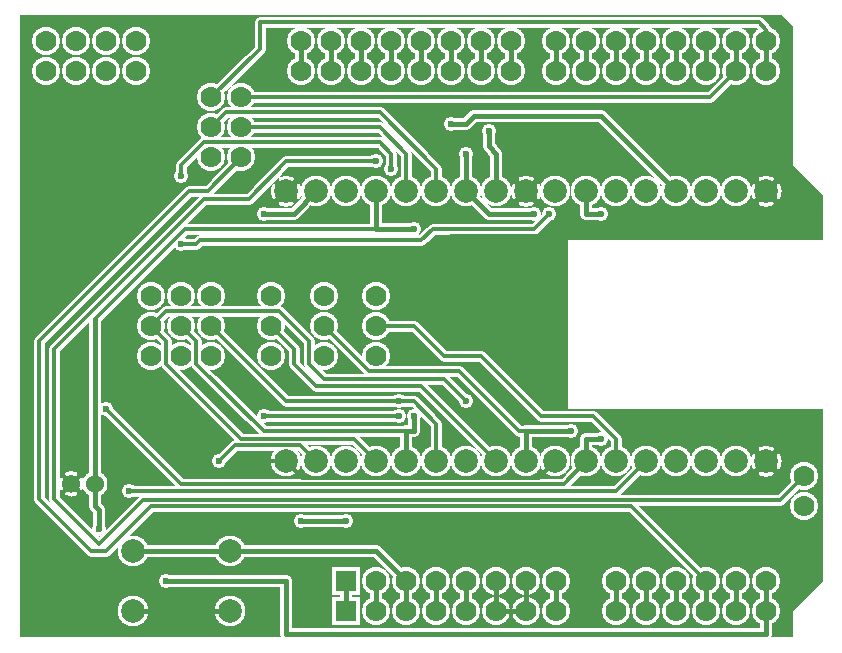
<source format=gbr>
G04 GERBER ASCII OUTPUT FROM: EDWINXP (VER. 1.61 REV. 20080915)*
G04 GERBER FORMAT: RX-274-X*
G04 BOARD: AMICUS_BLUETOOTH_SHIELD*
G04 ARTWORK OF SOLD.LAYERPOSITIVE SUPERIMPOSED ON NEGATIVE*
%ASAXBY*%
%FSLAX23Y23*%
%MIA0B0*%
%MOIN*%
%OFA0.0000B0.0000*%
%SFA1B1*%
%IJA0B0*%
%INLAYER29NEGPOS*%
%IOA0B0*%
%IPPOS*%
%IR0*%
G04 APERTURE MACROS*
%AMEDWDONUT*
1,1,$1,$2,$3*
1,0,$4,$2,$3*
%
%AMEDWFRECT*
20,1,$1,$2,$3,$4,$5,$6*
%
%AMEDWORECT*
20,1,$1,$2,$3,$4,$5,$10*
20,1,$1,$4,$5,$6,$7,$10*
20,1,$1,$6,$7,$8,$9,$10*
20,1,$1,$8,$9,$2,$3,$10*
1,1,$1,$2,$3*
1,1,$1,$4,$5*
1,1,$1,$6,$7*
1,1,$1,$8,$9*
%
%AMEDWLINER*
20,1,$1,$2,$3,$4,$5,$6*
1,1,$1,$2,$3*
1,1,$1,$4,$5*
%
%AMEDWFTRNG*
4,1,3,$1,$2,$3,$4,$5,$6,$7,$8,$9*
%
%AMEDWATRNG*
4,1,3,$1,$2,$3,$4,$5,$6,$7,$8,$9*
20,1,$11,$1,$2,$3,$4,$10*
20,1,$11,$3,$4,$5,$6,$10*
20,1,$11,$5,$6,$7,$8,$10*
1,1,$11,$3,$4*
1,1,$11,$5,$6*
1,1,$11,$7,$8*
%
%AMEDWOTRNG*
20,1,$1,$2,$3,$4,$5,$8*
20,1,$1,$4,$5,$6,$7,$8*
20,1,$1,$6,$7,$2,$3,$8*
1,1,$1,$2,$3*
1,1,$1,$4,$5*
1,1,$1,$6,$7*
%
G04*
G04 APERTURE LIST*
%ADD10R,0.0500X0.0580*%
%ADD11R,0.0740X0.0820*%
%ADD12R,0.0400X0.0480*%
%ADD13R,0.0640X0.0720*%
%ADD14R,0.04724X0.05906*%
%ADD15R,0.07124X0.08306*%
%ADD16R,0.03937X0.05118*%
%ADD17R,0.06337X0.07518*%
%ADD18R,0.0860X0.0860*%
%ADD19R,0.1100X0.1100*%
%ADD20R,0.0700X0.0700*%
%ADD21R,0.0940X0.0940*%
%ADD22R,0.0700X0.0650*%
%ADD23R,0.0940X0.0890*%
%ADD24R,0.0600X0.0550*%
%ADD25R,0.0840X0.0790*%
%ADD26R,0.0650X0.0700*%
%ADD27R,0.0890X0.0940*%
%ADD28R,0.0550X0.0600*%
%ADD29R,0.0790X0.0840*%
%ADD30C,0.00039*%
%ADD32C,0.0010*%
%ADD34C,0.00118*%
%ADD36C,0.0020*%
%ADD37R,0.0020X0.0020*%
%ADD38C,0.0030*%
%ADD39R,0.0030X0.0030*%
%ADD40C,0.0040*%
%ADD41R,0.0040X0.0040*%
%ADD42C,0.00472*%
%ADD44C,0.0050*%
%ADD45R,0.0050X0.0050*%
%ADD46C,0.00512*%
%ADD47R,0.00512X0.00512*%
%ADD48C,0.00551*%
%ADD49R,0.00551X0.00551*%
%ADD50C,0.00591*%
%ADD51R,0.00591X0.00591*%
%ADD52C,0.00659*%
%ADD53R,0.00659X0.00659*%
%ADD54C,0.00787*%
%ADD55R,0.00787X0.00787*%
%ADD56C,0.00799*%
%ADD58C,0.0080*%
%ADD60C,0.00984*%
%ADD61R,0.00984X0.00984*%
%ADD62C,0.0100*%
%ADD63R,0.0100X0.0100*%
%ADD64C,0.01181*%
%ADD66C,0.0120*%
%ADD68C,0.0130*%
%ADD70C,0.0150*%
%ADD71R,0.0150X0.0150*%
%ADD72C,0.0160*%
%ADD74C,0.01969*%
%ADD75R,0.01969X0.01969*%
%ADD76C,0.0215*%
%ADD77R,0.0215X0.0215*%
%ADD78C,0.0215*%
%ADD79R,0.0215X0.0215*%
%ADD80C,0.02362*%
%ADD81R,0.02362X0.02362*%
%ADD82C,0.0240*%
%ADD83R,0.0240X0.0240*%
%ADD84C,0.0240*%
%ADD85R,0.0240X0.0240*%
%ADD86C,0.0250*%
%ADD87R,0.0250X0.0250*%
%ADD88C,0.0290*%
%ADD89R,0.0290X0.0290*%
%ADD90C,0.02912*%
%ADD91R,0.02912X0.02912*%
%ADD92C,0.02951*%
%ADD93R,0.02951X0.02951*%
%ADD94C,0.02991*%
%ADD95R,0.02991X0.02991*%
%ADD96C,0.0300*%
%ADD97R,0.0300X0.0300*%
%ADD98C,0.03059*%
%ADD99R,0.03059X0.03059*%
%ADD100C,0.03199*%
%ADD101R,0.03199X0.03199*%
%ADD102C,0.0320*%
%ADD103R,0.0320X0.0320*%
%ADD104C,0.0350*%
%ADD105R,0.0350X0.0350*%
%ADD106C,0.03581*%
%ADD108C,0.0360*%
%ADD110C,0.0370*%
%ADD112C,0.0390*%
%ADD113R,0.0390X0.0390*%
%ADD114C,0.03937*%
%ADD115R,0.03937X0.03937*%
%ADD116C,0.0400*%
%ADD117R,0.0400X0.0400*%
%ADD118C,0.04173*%
%ADD119R,0.04173X0.04173*%
%ADD120C,0.04299*%
%ADD121R,0.04299X0.04299*%
%ADD122C,0.0430*%
%ADD123R,0.0430X0.0430*%
%ADD124C,0.0450*%
%ADD125R,0.0450X0.0450*%
%ADD126C,0.0470*%
%ADD127R,0.0470X0.0470*%
%ADD128C,0.04724*%
%ADD129R,0.04724X0.04724*%
%ADD130C,0.04762*%
%ADD131R,0.04762X0.04762*%
%ADD132C,0.0490*%
%ADD133R,0.0490X0.0490*%
%ADD134C,0.0500*%
%ADD135R,0.0500X0.0500*%
%ADD136C,0.05118*%
%ADD137R,0.05118X0.05118*%
%ADD138C,0.0560*%
%ADD139R,0.0560X0.0560*%
%ADD140C,0.0570*%
%ADD141R,0.0570X0.0570*%
%ADD142C,0.0590*%
%ADD143R,0.0590X0.0590*%
%ADD144C,0.05906*%
%ADD145R,0.05906X0.05906*%
%ADD146C,0.0600*%
%ADD147R,0.0600X0.0600*%
%ADD148C,0.0620*%
%ADD149R,0.0620X0.0620*%
%ADD150C,0.06201*%
%ADD151R,0.06201X0.06201*%
%ADD152C,0.06337*%
%ADD153R,0.06337X0.06337*%
%ADD154C,0.0650*%
%ADD155R,0.0650X0.0650*%
%ADD156C,0.06693*%
%ADD157R,0.06693X0.06693*%
%ADD158C,0.06699*%
%ADD159R,0.06699X0.06699*%
%ADD160C,0.0670*%
%ADD161R,0.0670X0.0670*%
%ADD162C,0.0690*%
%ADD163R,0.0690X0.0690*%
%ADD164C,0.06906*%
%ADD165R,0.06906X0.06906*%
%ADD166C,0.0700*%
%ADD167R,0.0700X0.0700*%
%ADD168C,0.0710*%
%ADD169R,0.0710X0.0710*%
%ADD170C,0.07124*%
%ADD171R,0.07124X0.07124*%
%ADD172C,0.0740*%
%ADD173R,0.0740X0.0740*%
%ADD174C,0.0750*%
%ADD175R,0.0750X0.0750*%
%ADD176C,0.07598*%
%ADD178C,0.0760*%
%ADD180C,0.07874*%
%ADD182C,0.0800*%
%ADD183R,0.0800X0.0800*%
%ADD184C,0.0810*%
%ADD185R,0.0810X0.0810*%
%ADD186C,0.08306*%
%ADD187R,0.08306X0.08306*%
%ADD188C,0.0840*%
%ADD189R,0.0840X0.0840*%
%ADD190C,0.08598*%
%ADD192C,0.0860*%
%ADD193R,0.0860X0.0860*%
%ADD194C,0.08601*%
%ADD195R,0.08601X0.08601*%
%ADD196C,0.0870*%
%ADD197R,0.0870X0.0870*%
%ADD198C,0.0890*%
%ADD199R,0.0890X0.0890*%
%ADD200C,0.0900*%
%ADD201R,0.0900X0.0900*%
%ADD202C,0.09093*%
%ADD203R,0.09093X0.09093*%
%ADD204C,0.0940*%
%ADD205R,0.0940X0.0940*%
%ADD206C,0.0970*%
%ADD207R,0.0970X0.0970*%
%ADD208C,0.09843*%
%ADD209R,0.09843X0.09843*%
%ADD210C,0.0990*%
%ADD211R,0.0990X0.0990*%
%ADD212C,0.09998*%
%ADD214C,0.1000*%
%ADD215R,0.1000X0.1000*%
%ADD216C,0.10274*%
%ADD218C,0.1040*%
%ADD219R,0.1040X0.1040*%
%ADD220C,0.10998*%
%ADD222C,0.1100*%
%ADD223R,0.1100X0.1100*%
%ADD224C,0.1110*%
%ADD225R,0.1110X0.1110*%
%ADD226C,0.1120*%
%ADD227R,0.1120X0.1120*%
%ADD228C,0.1140*%
%ADD229R,0.1140X0.1140*%
%ADD230C,0.1150*%
%ADD231R,0.1150X0.1150*%
%ADD232C,0.1200*%
%ADD233R,0.1200X0.1200*%
%ADD234C,0.1210*%
%ADD235R,0.1210X0.1210*%
%ADD236C,0.1240*%
%ADD237R,0.1240X0.1240*%
%ADD238C,0.1250*%
%ADD239R,0.1250X0.1250*%
%ADD240C,0.12992*%
%ADD241R,0.12992X0.12992*%
%ADD242C,0.1300*%
%ADD243R,0.1300X0.1300*%
%ADD244C,0.1340*%
%ADD245R,0.1340X0.1340*%
%ADD246C,0.1390*%
%ADD247R,0.1390X0.1390*%
%ADD248C,0.1420*%
%ADD249R,0.1420X0.1420*%
%ADD250C,0.1440*%
%ADD251R,0.1440X0.1440*%
%ADD252C,0.1490*%
%ADD253R,0.1490X0.1490*%
%ADD254C,0.1520*%
%ADD255R,0.1520X0.1520*%
%ADD256C,0.15374*%
%ADD257R,0.15374X0.15374*%
%ADD258C,0.1540*%
%ADD259R,0.1540X0.1540*%
%ADD260C,0.1660*%
%ADD261R,0.1660X0.1660*%
%ADD262C,0.17323*%
%ADD264C,0.1760*%
%ADD265R,0.1760X0.1760*%
%ADD266C,0.17774*%
%ADD267R,0.17774X0.17774*%
%ADD268C,0.18504*%
%ADD270C,0.18898*%
%ADD272C,0.20904*%
%ADD274C,0.2126*%
%ADD276C,0.21298*%
%ADD278C,0.22835*%
%ADD281R,0.23622X0.23622*%
%ADD283R,0.24937X0.24937*%
%ADD285R,0.26022X0.26022*%
%ADD287R,0.27337X0.27337*%
%ADD289R,0.31496X0.31496*%
%ADD291R,0.32811X0.32811*%
%ADD293R,0.33896X0.33896*%
%ADD295R,0.35211X0.35211*%
%ADD296C,0.45211*%
%ADD297R,0.45211X0.45211*%
%ADD298C,0.55211*%
%ADD299R,0.55211X0.55211*%
%ADD300C,0.65211*%
%ADD301R,0.65211X0.65211*%
%ADD302C,0.75211*%
%ADD303R,0.75211X0.75211*%
%ADD304C,0.85211*%
%ADD305R,0.85211X0.85211*%
%ADD306C,0.95211*%
%ADD307R,0.95211X0.95211*%
%ADD308C,1.05211*%
%ADD309R,1.05211X1.05211*%
%ADD310C,1.15211*%
%ADD311R,1.15211X1.15211*%
%ADD312C,1.25211*%
%ADD313R,1.25211X1.25211*%
%ADD314C,1.35211*%
%ADD315R,1.35211X1.35211*%
%ADD316C,1.45211*%
%ADD317R,1.45211X1.45211*%
%ADD318C,1.55211*%
%ADD319R,1.55211X1.55211*%
%ADD320C,1.65211*%
%ADD321R,1.65211X1.65211*%
%ADD322C,1.75211*%
%ADD323R,1.75211X1.75211*%
%ADD324C,1.85211*%
%ADD325R,1.85211X1.85211*%
%ADD326C,1.95211*%
%ADD327R,1.95211X1.95211*%
G04*
%LNLLAYER29CPOURD*%
%LPD*%
G36*
X1588Y100D02*
X1575Y13D01*
X13Y13D01*
X13Y2088D01*
X2550Y2088D01*
X2588Y2050D01*
X2588Y1588D01*
X2688Y1488D01*
X2688Y1338D01*
X1838Y1338D01*
X1838Y775D01*
X2688Y775D01*
X2688Y200D01*
X2588Y100D01*
X2588Y13D01*
X1625Y13D01*
X1588Y100D01*
G37*
G36*
X1600Y100D02*
X1525Y13D01*
X1675Y13D01*
X1600Y100D01*
G37*
%LNLLAYER29CRELIEVEC*%
%LPC*%
D188*
X263Y525D02*D03*
D216*
X2400Y600D02*D03*
X2300Y600D02*D03*
X2200Y600D02*D03*
X2100Y600D02*D03*
X1999Y600D02*D03*
X1901Y600D02*D03*
X1700Y600D02*D03*
X1600Y600D02*D03*
X1500Y600D02*D03*
X1400Y600D02*D03*
X1300Y600D02*D03*
X1200Y600D02*D03*
X1100Y600D02*D03*
X1000Y600D02*D03*
X2400Y1500D02*D03*
X2300Y1500D02*D03*
X2200Y1500D02*D03*
X2100Y1500D02*D03*
X1999Y1500D02*D03*
X1901Y1500D02*D03*
X1797Y1500D02*D03*
X1600Y1500D02*D03*
X1500Y1500D02*D03*
X1400Y1500D02*D03*
X1300Y1500D02*D03*
X1200Y1500D02*D03*
X1100Y1500D02*D03*
X1000Y1500D02*D03*
D204*
X1800Y2000D02*D03*
X1900Y2000D02*D03*
X2000Y2000D02*D03*
X2100Y2000D02*D03*
X2200Y2000D02*D03*
X2300Y2000D02*D03*
X2400Y2000D02*D03*
X2500Y2000D02*D03*
X1300Y100D02*D03*
X1400Y100D02*D03*
X1500Y100D02*D03*
X1800Y100D02*D03*
X950Y2000D02*D03*
X1050Y2000D02*D03*
X1150Y2000D02*D03*
X1250Y2000D02*D03*
X1350Y2000D02*D03*
X1450Y2000D02*D03*
X1550Y2000D02*D03*
X1650Y2000D02*D03*
X2000Y100D02*D03*
X2100Y100D02*D03*
X2200Y100D02*D03*
X2300Y100D02*D03*
X2400Y100D02*D03*
X2500Y100D02*D03*
D21* 
X1100Y200D02*D03*
D204*
X1200Y200D02*D03*
X1300Y200D02*D03*
X1400Y200D02*D03*
X1500Y200D02*D03*
X1800Y200D02*D03*
X100Y1900D02*D03*
X200Y1900D02*D03*
X300Y1900D02*D03*
X400Y1900D02*D03*
X2000Y200D02*D03*
X2100Y200D02*D03*
X2200Y200D02*D03*
X2300Y200D02*D03*
X2400Y200D02*D03*
X2500Y200D02*D03*
X950Y1900D02*D03*
X1050Y1900D02*D03*
X1150Y1900D02*D03*
X1250Y1900D02*D03*
X1350Y1900D02*D03*
X1450Y1900D02*D03*
X1550Y1900D02*D03*
X1650Y1900D02*D03*
X1800Y1900D02*D03*
X1900Y1900D02*D03*
X2000Y1900D02*D03*
X2100Y1900D02*D03*
X2200Y1900D02*D03*
X2300Y1900D02*D03*
X2400Y1900D02*D03*
X2500Y1900D02*D03*
D216*
X712Y300D02*D03*
X388Y300D02*D03*
D204*
X1200Y1150D02*D03*
X1200Y1050D02*D03*
X1200Y950D02*D03*
X1025Y1150D02*D03*
X1025Y1050D02*D03*
X1025Y950D02*D03*
X850Y1150D02*D03*
X850Y1050D02*D03*
X850Y950D02*D03*
X650Y1150D02*D03*
X650Y1050D02*D03*
X650Y950D02*D03*
X550Y1150D02*D03*
X550Y1050D02*D03*
X550Y950D02*D03*
X450Y1150D02*D03*
X450Y1050D02*D03*
X450Y950D02*D03*
X100Y2000D02*D03*
X200Y2000D02*D03*
X300Y2000D02*D03*
X400Y2000D02*D03*
X2625Y450D02*D03*
X2625Y550D02*D03*
X750Y1613D02*D03*
X750Y1713D02*D03*
X750Y1813D02*D03*
X650Y1613D02*D03*
X650Y1713D02*D03*
X650Y1813D02*D03*
D21* 
X1100Y100D02*D03*
D204*
X1200Y100D02*D03*
D214*
X100Y100D02*D03*
X600Y2000D02*D03*
X2600Y300D02*D03*
D216*
X1797Y600D02*D03*
D66* 
G75*
G01X2481Y559D02*
G03X2519Y559I19J41D01*
G01*
G75*
G01X2541Y581D02*
G03X2541Y619I-41J19D01*
G01*
G75*
G01X2519Y641D02*
G03X2481Y641I-19J-41D01*
G01*
G75*
G01X2459Y619D02*
G03X2459Y581I41J-19D01*
G01*
G75*
G01X881Y1459D02*
G03X919Y1459I19J41D01*
G01*
G75*
G01X941Y1481D02*
G03X941Y1519I-41J19D01*
G01*
G75*
G01X919Y1541D02*
G03X881Y1541I-19J-41D01*
G01*
G75*
G01X859Y1519D02*
G03X859Y1481I41J-19D01*
G01*
D216*
X900Y600D02*D03*
D66* 
G75*
G01X1681Y1459D02*
G03X1719Y1459I19J41D01*
G01*
G75*
G01X1741Y1481D02*
G03X1741Y1519I-41J19D01*
G01*
G75*
G01X1719Y1541D02*
G03X1681Y1541I-19J-41D01*
G01*
G75*
G01X1659Y1519D02*
G03X1659Y1481I41J-19D01*
G01*
G75*
G01X2481Y1459D02*
G03X2519Y1459I19J41D01*
G01*
G75*
G01X2541Y1481D02*
G03X2541Y1519I-41J19D01*
G01*
G75*
G01X2519Y1541D02*
G03X2481Y1541I-19J-41D01*
G01*
G75*
G01X2459Y1519D02*
G03X2459Y1481I41J-19D01*
G01*
G75*
G01X151Y539D02*
G03X151Y511I33J-14D01*
G01*
G75*
G01X169Y492D02*
G03X198Y492I14J33D01*
G01*
G75*
G01X217Y511D02*
G03X217Y539I-33J14D01*
G01*
G75*
G01X198Y558D02*
G03X169Y558I-14J-33D01*
G01*
D216*
X712Y100D02*D03*
X388Y100D02*D03*
D204*
X1600Y200D02*D03*
X1700Y200D02*D03*
X1600Y100D02*D03*
X1700Y100D02*D03*
D130*
X1250Y1575D02*D03*
X550Y1550D02*D03*
X550Y1325D02*D03*
X1775Y1425D02*D03*
X1950Y1425D02*D03*
X1200Y1600D02*D03*
X1450Y1725D02*D03*
X500Y200D02*D03*
X825Y1425D02*D03*
X275Y375D02*D03*
X1325Y1375D02*D03*
X375Y500D02*D03*
X1950Y675D02*D03*
X300Y775D02*D03*
X1850Y700D02*D03*
X1275Y800D02*D03*
X1325Y750D02*D03*
X1500Y800D02*D03*
X1100Y400D02*D03*
X950Y400D02*D03*
X825Y750D02*D03*
X1275Y750D02*D03*
X675Y600D02*D03*
X1500Y1625D02*D03*
X1725Y1425D02*D03*
X1575Y1700D02*D03*
D64* 
X2375Y1375D02*
X1850Y1375D01*
X1825Y1350D01*
X1797Y600D02*
X1743Y546D01*
X954Y546D01*
X900Y600D01*
X750Y600D01*
D72* 
X1600Y100D02*
X1700Y100D01*
X712Y100D02*
X388Y100D01*
X1400Y1300D02*
X950Y1300D01*
D64* 
X1400Y1300D02*
X1450Y1350D01*
X1825Y1350D01*
D116*
X1800Y2000D02*
X1800Y1900D01*
X263Y525D02*
X263Y450D01*
X275Y438D01*
X275Y375D01*
X1325Y1375D02*
X1200Y1375D01*
X263Y525D02*
X263Y1075D01*
D106*
X263Y1075D02*
X563Y1375D01*
X1200Y1375D01*
D116*
X1200Y1375D02*
X1200Y1500D01*
D72* 
X1700Y200D02*
X1700Y100D01*
X1600Y100D02*
X1600Y200D01*
D116*
X1000Y1500D02*
X925Y1425D01*
X825Y1425D01*
X1300Y200D02*
X1300Y100D01*
X712Y300D02*
X388Y300D01*
X712Y300D02*
X1200Y300D01*
X1300Y200D01*
X2400Y1900D02*
X2400Y2000D01*
D106*
X2400Y1900D02*
X2313Y1813D01*
X750Y1813D01*
D116*
X2300Y2000D02*
X2300Y1900D01*
X2200Y2000D02*
X2200Y1900D01*
X1800Y200D02*
X1800Y100D01*
X2100Y2000D02*
X2100Y1900D01*
X2000Y2000D02*
X2000Y1900D01*
X1500Y100D02*
X1500Y200D01*
X1900Y2000D02*
X1900Y1900D01*
X1400Y100D02*
X1400Y200D01*
X1350Y2000D02*
X1350Y1900D01*
X1250Y2000D02*
X1250Y1900D01*
X1150Y2000D02*
X1150Y1900D01*
X1050Y2000D02*
X1050Y1900D01*
X950Y2000D02*
X950Y1900D01*
X2500Y100D02*
X2500Y200D01*
X2500Y100D02*
X2500Y25D01*
X900Y25D01*
X900Y200D01*
X500Y200D01*
X2400Y200D02*
X2400Y100D01*
X2300Y200D02*
X2300Y100D01*
D106*
X2300Y200D02*
X2050Y450D01*
X450Y450D01*
X300Y300D01*
X250Y300D01*
X75Y475D01*
X75Y1000D01*
X575Y1500D01*
X638Y1500D01*
X750Y1613D01*
D116*
X2200Y200D02*
X2200Y100D01*
X2100Y200D02*
X2100Y100D01*
X2000Y200D02*
X2000Y100D01*
X2500Y1900D02*
X2500Y2000D01*
D106*
X2500Y1900D02*
X2500Y1900D01*
X2500Y2038D01*
X2475Y2063D01*
X813Y2063D01*
X813Y1975D01*
X650Y1813D01*
X1200Y1600D02*
X900Y1600D01*
X775Y1475D01*
X625Y1475D01*
X125Y975D01*
X125Y475D01*
X275Y325D01*
X422Y472D01*
X2547Y472D01*
X2625Y550D01*
D116*
X2200Y1500D02*
X1950Y1750D01*
X1525Y1750D01*
X1500Y1725D01*
X1450Y1725D01*
X1200Y200D02*
X1200Y100D01*
X1100Y200D02*
X1100Y100D01*
X1650Y2000D02*
X1650Y1900D01*
X1550Y2000D02*
X1550Y1900D01*
X1450Y2000D02*
X1450Y1900D01*
X1500Y1500D02*
X1575Y1425D01*
X1725Y1425D01*
X1600Y1500D02*
X1600Y1625D01*
X1575Y1650D01*
X1575Y1700D01*
D106*
X1250Y1575D02*
X1250Y1625D01*
X1213Y1663D01*
X625Y1663D01*
X550Y1588D01*
X550Y1550D01*
X550Y1325D02*
X600Y1325D01*
X613Y1338D01*
X1350Y1338D01*
X1388Y1375D01*
X1725Y1375D01*
X1775Y1425D01*
D116*
X1950Y1425D02*
X1901Y1425D01*
X1901Y1500D01*
X1100Y400D02*
X950Y400D01*
D106*
X825Y750D02*
X1275Y750D01*
X1000Y600D02*
X946Y654D01*
X729Y654D01*
X675Y600D01*
X1300Y1500D02*
X1300Y1625D01*
X1213Y1713D01*
X750Y1713D01*
X1400Y1500D02*
X1400Y1575D01*
X1213Y1763D01*
X700Y1763D01*
X650Y1713D01*
D116*
X1500Y1500D02*
X1500Y1625D01*
X1850Y700D02*
X1700Y700D01*
X1700Y600D01*
D106*
X1700Y700D02*
X1675Y700D01*
X1475Y900D01*
X1175Y900D01*
X1025Y1050D01*
X1600Y600D02*
X1350Y850D01*
X1000Y850D01*
X925Y925D01*
X925Y975D01*
X850Y1050D01*
X1275Y800D02*
X1325Y800D01*
X1400Y725D01*
X1400Y600D01*
X1275Y800D02*
X900Y800D01*
X650Y1050D01*
D116*
X1325Y750D02*
X1325Y700D01*
X1300Y700D01*
X1300Y600D01*
D106*
X1300Y700D02*
X825Y700D01*
X600Y925D01*
X600Y1000D01*
X550Y1050D01*
X450Y1050D02*
X500Y1100D01*
X875Y1100D01*
X975Y1000D01*
X975Y925D01*
X1025Y875D01*
X1425Y875D01*
X1500Y800D01*
X450Y1050D02*
X500Y1000D01*
X500Y925D01*
X750Y675D01*
X1125Y675D01*
X1200Y600D01*
X2100Y600D02*
X2000Y500D01*
X375Y500D01*
X1999Y600D02*
X1999Y675D01*
X1924Y750D01*
X1750Y750D01*
X1550Y950D01*
X1425Y950D01*
X1325Y1050D01*
X1200Y1050D01*
D116*
X1901Y600D02*
X1901Y675D01*
X1950Y675D01*
D106*
X1901Y600D02*
X1826Y525D01*
X550Y525D01*
X300Y775D01*
%LNLLAYER29CFILLD*%
%LPD*%
D146*
X263Y525D02*D03*
D180*
X2400Y600D02*D03*
X2300Y600D02*D03*
X2200Y600D02*D03*
X2100Y600D02*D03*
X1999Y600D02*D03*
X1901Y600D02*D03*
X1700Y600D02*D03*
X1600Y600D02*D03*
X1500Y600D02*D03*
X1400Y600D02*D03*
X1300Y600D02*D03*
X1200Y600D02*D03*
X1100Y600D02*D03*
X1000Y600D02*D03*
X2400Y1500D02*D03*
X2300Y1500D02*D03*
X2200Y1500D02*D03*
X2100Y1500D02*D03*
X1999Y1500D02*D03*
X1901Y1500D02*D03*
X1797Y1500D02*D03*
X1600Y1500D02*D03*
X1500Y1500D02*D03*
X1400Y1500D02*D03*
X1300Y1500D02*D03*
X1200Y1500D02*D03*
X1100Y1500D02*D03*
X1000Y1500D02*D03*
D166*
X1800Y2000D02*D03*
X1900Y2000D02*D03*
X2000Y2000D02*D03*
X2100Y2000D02*D03*
X2200Y2000D02*D03*
X2300Y2000D02*D03*
X2400Y2000D02*D03*
X2500Y2000D02*D03*
X1300Y100D02*D03*
X1400Y100D02*D03*
X1500Y100D02*D03*
X1800Y100D02*D03*
X950Y2000D02*D03*
X1050Y2000D02*D03*
X1150Y2000D02*D03*
X1250Y2000D02*D03*
X1350Y2000D02*D03*
X1450Y2000D02*D03*
X1550Y2000D02*D03*
X1650Y2000D02*D03*
X2000Y100D02*D03*
X2100Y100D02*D03*
X2200Y100D02*D03*
X2300Y100D02*D03*
X2400Y100D02*D03*
X2500Y100D02*D03*
D20* 
X1100Y200D02*D03*
D166*
X1200Y200D02*D03*
X1300Y200D02*D03*
X1400Y200D02*D03*
X1500Y200D02*D03*
X1800Y200D02*D03*
X100Y1900D02*D03*
X200Y1900D02*D03*
X300Y1900D02*D03*
X400Y1900D02*D03*
X2000Y200D02*D03*
X2100Y200D02*D03*
X2200Y200D02*D03*
X2300Y200D02*D03*
X2400Y200D02*D03*
X2500Y200D02*D03*
X950Y1900D02*D03*
X1050Y1900D02*D03*
X1150Y1900D02*D03*
X1250Y1900D02*D03*
X1350Y1900D02*D03*
X1450Y1900D02*D03*
X1550Y1900D02*D03*
X1650Y1900D02*D03*
X1800Y1900D02*D03*
X1900Y1900D02*D03*
X2000Y1900D02*D03*
X2100Y1900D02*D03*
X2200Y1900D02*D03*
X2300Y1900D02*D03*
X2400Y1900D02*D03*
X2500Y1900D02*D03*
D180*
X712Y300D02*D03*
X388Y300D02*D03*
D166*
X1200Y1150D02*D03*
X1200Y1050D02*D03*
X1200Y950D02*D03*
X1025Y1150D02*D03*
X1025Y1050D02*D03*
X1025Y950D02*D03*
X850Y1150D02*D03*
X850Y1050D02*D03*
X850Y950D02*D03*
X650Y1150D02*D03*
X650Y1050D02*D03*
X650Y950D02*D03*
X550Y1150D02*D03*
X550Y1050D02*D03*
X550Y950D02*D03*
X450Y1150D02*D03*
X450Y1050D02*D03*
X450Y950D02*D03*
X100Y2000D02*D03*
X200Y2000D02*D03*
X300Y2000D02*D03*
X400Y2000D02*D03*
X2625Y450D02*D03*
X2625Y550D02*D03*
X750Y1613D02*D03*
X750Y1713D02*D03*
X750Y1813D02*D03*
X650Y1613D02*D03*
X650Y1713D02*D03*
X650Y1813D02*D03*
D20* 
X1100Y100D02*D03*
D166*
X1200Y100D02*D03*
D214*
X100Y100D02*D03*
X600Y2000D02*D03*
X2600Y300D02*D03*
D180*
X1797Y600D02*D03*
X2500Y600D02*D03*
X900Y1500D02*D03*
X900Y600D02*D03*
X1700Y1500D02*D03*
X2500Y1500D02*D03*
D146*
X184Y525D02*D03*
D180*
X712Y100D02*D03*
X388Y100D02*D03*
D166*
X1600Y200D02*D03*
X1700Y200D02*D03*
X1600Y100D02*D03*
X1700Y100D02*D03*
D80* 
X1250Y1575D02*D03*
X550Y1550D02*D03*
X550Y1325D02*D03*
X1775Y1425D02*D03*
X1950Y1425D02*D03*
X1200Y1600D02*D03*
X1450Y1725D02*D03*
X500Y200D02*D03*
X825Y1425D02*D03*
X275Y375D02*D03*
X1325Y1375D02*D03*
X1400Y1300D02*D03*
X2375Y1375D02*D03*
X750Y600D02*D03*
X950Y1300D02*D03*
X375Y500D02*D03*
X1950Y675D02*D03*
X300Y775D02*D03*
X1850Y700D02*D03*
X1275Y800D02*D03*
X1325Y750D02*D03*
X1500Y800D02*D03*
X1100Y400D02*D03*
X950Y400D02*D03*
X825Y750D02*D03*
X1275Y750D02*D03*
X675Y600D02*D03*
X1500Y1625D02*D03*
X1725Y1425D02*D03*
X1575Y1700D02*D03*
D64* 
X2375Y1375D02*
X1850Y1375D01*
X1825Y1350D01*
X1797Y600D02*
X1743Y546D01*
X954Y546D01*
X900Y600D01*
X750Y600D01*
D72* 
X1600Y100D02*
X1700Y100D01*
X712Y100D02*
X388Y100D01*
X1400Y1300D02*
X950Y1300D01*
D64* 
X1400Y1300D02*
X1450Y1350D01*
X1825Y1350D01*
D72* 
X1800Y2000D02*
X1800Y1900D01*
X263Y525D02*
X263Y450D01*
X275Y438D01*
X275Y375D01*
X1325Y1375D02*
X1200Y1375D01*
X263Y525D02*
X263Y1075D01*
D64* 
X263Y1075D02*
X563Y1375D01*
X1200Y1375D01*
D72* 
X1200Y1375D02*
X1200Y1500D01*
X1700Y200D02*
X1700Y100D01*
X1600Y100D02*
X1600Y200D01*
X1000Y1500D02*
X925Y1425D01*
X825Y1425D01*
X1300Y200D02*
X1300Y100D01*
X712Y300D02*
X388Y300D01*
X712Y300D02*
X1200Y300D01*
X1300Y200D01*
X2400Y1900D02*
X2400Y2000D01*
D64* 
X2400Y1900D02*
X2313Y1813D01*
X750Y1813D01*
D72* 
X2300Y2000D02*
X2300Y1900D01*
X2200Y2000D02*
X2200Y1900D01*
X1800Y200D02*
X1800Y100D01*
X2100Y2000D02*
X2100Y1900D01*
X2000Y2000D02*
X2000Y1900D01*
X1500Y100D02*
X1500Y200D01*
X1900Y2000D02*
X1900Y1900D01*
X1400Y100D02*
X1400Y200D01*
X1350Y2000D02*
X1350Y1900D01*
X1250Y2000D02*
X1250Y1900D01*
X1150Y2000D02*
X1150Y1900D01*
X1050Y2000D02*
X1050Y1900D01*
X950Y2000D02*
X950Y1900D01*
X2500Y100D02*
X2500Y200D01*
X2500Y100D02*
X2500Y25D01*
X900Y25D01*
X900Y200D01*
X500Y200D01*
X2400Y200D02*
X2400Y100D01*
X2300Y200D02*
X2300Y100D01*
D64* 
X2300Y200D02*
X2050Y450D01*
X450Y450D01*
X300Y300D01*
X250Y300D01*
X75Y475D01*
X75Y1000D01*
X575Y1500D01*
X638Y1500D01*
X750Y1613D01*
D72* 
X2200Y200D02*
X2200Y100D01*
X2100Y200D02*
X2100Y100D01*
X2000Y200D02*
X2000Y100D01*
X2500Y1900D02*
X2500Y2000D01*
D64* 
X2500Y1900D02*
X2500Y1900D01*
X2500Y2038D01*
X2475Y2063D01*
X813Y2063D01*
X813Y1975D01*
X650Y1813D01*
X1200Y1600D02*
X900Y1600D01*
X775Y1475D01*
X625Y1475D01*
X125Y975D01*
X125Y475D01*
X275Y325D01*
X422Y472D01*
X2547Y472D01*
X2625Y550D01*
D72* 
X2200Y1500D02*
X1950Y1750D01*
X1525Y1750D01*
X1500Y1725D01*
X1450Y1725D01*
X1200Y200D02*
X1200Y100D01*
X1100Y200D02*
X1100Y100D01*
X1650Y2000D02*
X1650Y1900D01*
X1550Y2000D02*
X1550Y1900D01*
X1450Y2000D02*
X1450Y1900D01*
X1500Y1500D02*
X1575Y1425D01*
X1725Y1425D01*
X1600Y1500D02*
X1600Y1625D01*
X1575Y1650D01*
X1575Y1700D01*
D64* 
X1250Y1575D02*
X1250Y1625D01*
X1213Y1663D01*
X625Y1663D01*
X550Y1588D01*
X550Y1550D01*
X550Y1325D02*
X600Y1325D01*
X613Y1338D01*
X1350Y1338D01*
X1388Y1375D01*
X1725Y1375D01*
X1775Y1425D01*
D72* 
X1950Y1425D02*
X1901Y1425D01*
X1901Y1500D01*
X1100Y400D02*
X950Y400D01*
D64* 
X825Y750D02*
X1275Y750D01*
X1000Y600D02*
X946Y654D01*
X729Y654D01*
X675Y600D01*
X1300Y1500D02*
X1300Y1625D01*
X1213Y1713D01*
X750Y1713D01*
X1400Y1500D02*
X1400Y1575D01*
X1213Y1763D01*
X700Y1763D01*
X650Y1713D01*
D72* 
X1500Y1500D02*
X1500Y1625D01*
X1850Y700D02*
X1700Y700D01*
X1700Y600D01*
D64* 
X1700Y700D02*
X1675Y700D01*
X1475Y900D01*
X1175Y900D01*
X1025Y1050D01*
X1600Y600D02*
X1350Y850D01*
X1000Y850D01*
X925Y925D01*
X925Y975D01*
X850Y1050D01*
X1275Y800D02*
X1325Y800D01*
X1400Y725D01*
X1400Y600D01*
X1275Y800D02*
X900Y800D01*
X650Y1050D01*
D72* 
X1325Y750D02*
X1325Y700D01*
X1300Y700D01*
X1300Y600D01*
D64* 
X1300Y700D02*
X825Y700D01*
X600Y925D01*
X600Y1000D01*
X550Y1050D01*
X450Y1050D02*
X500Y1100D01*
X875Y1100D01*
X975Y1000D01*
X975Y925D01*
X1025Y875D01*
X1425Y875D01*
X1500Y800D01*
X450Y1050D02*
X500Y1000D01*
X500Y925D01*
X750Y675D01*
X1125Y675D01*
X1200Y600D01*
X2100Y600D02*
X2000Y500D01*
X375Y500D01*
X1999Y600D02*
X1999Y675D01*
X1924Y750D01*
X1750Y750D01*
X1550Y950D01*
X1425Y950D01*
X1325Y1050D01*
X1200Y1050D01*
D72* 
X1901Y600D02*
X1901Y675D01*
X1950Y675D01*
D64* 
X1901Y600D02*
X1826Y525D01*
X550Y525D01*
X300Y775D01*
M02*

</source>
